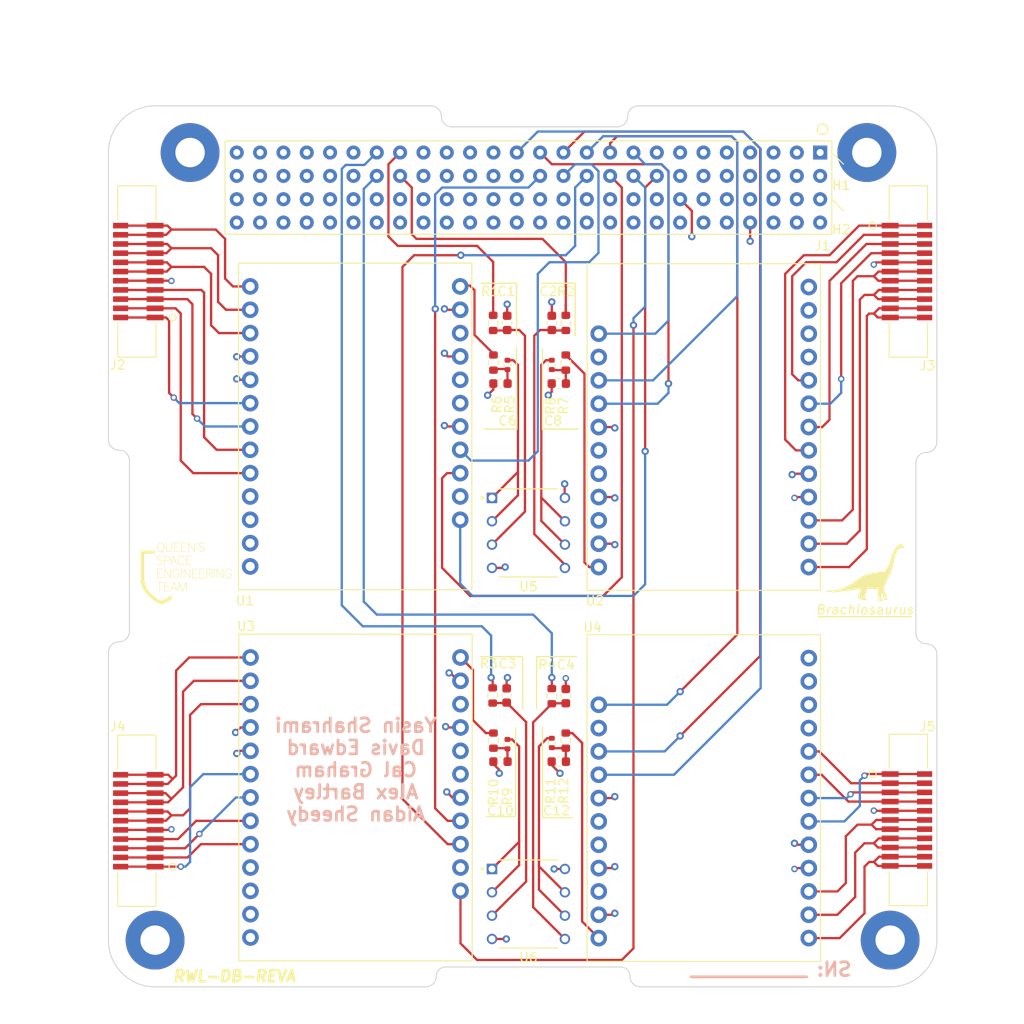
<source format=kicad_pcb>
(kicad_pcb (version 20211014) (generator pcbnew)
  (layers (0 "F.Cu" signal) (1 "In1.Cu" power "GND") (2 "In2.Cu" power "5V0") (31 "B.Cu" signal) (34 "B.Paste" user) (35 "F.Paste" user) (36 "B.SilkS" user "B.Silkscreen") (37 "F.SilkS" user "F.Silkscreen") (38 "B.Mask" user) (39 "F.Mask" user) (44 "Edge.Cuts" user))
  (net 0 "")
  (net 14 "Enable(S1)")
  (net 15 "Enable(S2)")
  (net 16 "Enable(S3)")
  (net 17 "Enable(S4)")
  (net 18 "Direction(S1)")
  (net 19 "Direction(S2)")
  (net 20 "Direction(S3)")
  (net 21 "Direction(S4)")
  (net 22 "PWM-SetValue(S1)")
  (net 23 "PWM-SetValue(S2)")
  (net 24 "PWM-SetValue(S3)")
  (net 25 "PWM-SetValue(S4)")
  (net 51 "GND")
  (net 88 "Net-(C8-Pad2)")
  (net 89 "Net-(C12-Pad2)")
  (net 90 "RampControl(S1)_IN")
  (net 91 "RampControl(S2)_IN")
  (net 92 "RampControl(S3)_IN")
  (net 93 "RampControl(S4)_IN")
  (net 117 "+12V")
  (net 118 "+5V")
  (net 120 "RampControl(S2)_Out")
  (net 122 "RampControl(S4)_Out")
  (net 123 "RampControl(S1)_Out")
  (net 124 "RampControl(S3)_Out")
  (net 125 "RampControl(S1)_RC")
  (net 126 "RampControl(S2)_RC")
  (net 127 "RampControl(S3)_RC")
  (net 128 "RampControl(S4)_RC")
  (net 145 "Net-(R5-Pad2)")
  (net 146 "Net-(R7-Pad1)")
  (net 147 "Net-(C6-Pad2)")
  (net 148 "Net-(R9-Pad2)")
  (net 149 "Net-(C10-Pad2)")
  (net 150 "Net-(R11-Pad1)")
  (net 151 "Net-(U2-Pad2)")
  (net 152 "Net-(U2-Pad3)")
  (net 153 "Net-(U2-Pad6)")
  (net 154 "Net-(U2-Pad7)")
  (net 155 "Net-(U2-Pad9)")
  (net 156 "Net-(U2-Pad8)")
  (net 157 "Net-(U2-Pad1)")
  (net 158 "Net-(U1-Pad6)")
  (net 159 "Net-(U1-Pad9)")
  (net 160 "Net-(U1-Pad7)")
  (net 161 "Net-(U1-Pad8)")
  (net 162 "Net-(U1-Pad3)")
  (net 163 "Net-(U1-Pad2)")
  (net 164 "Net-(U1-Pad1)")
  (net 165 "Net-(U3-Pad6)")
  (net 166 "Net-(U3-Pad9)")
  (net 167 "Net-(U3-Pad7)")
  (net 168 "Net-(U3-Pad8)")
  (net 169 "Net-(U3-Pad3)")
  (net 170 "Net-(U3-Pad2)")
  (net 171 "Net-(U3-Pad1)")
  (net 172 "Net-(U4-Pad6)")
  (net 173 "Net-(U4-Pad9)")
  (net 174 "Net-(U4-Pad7)")
  (net 175 "Net-(U4-Pad8)")
  (net 176 "Net-(U4-Pad3)")
  (net 177 "Net-(U4-Pad2)")
  (net 178 "Net-(U4-Pad1)")
  (footprint "qset-footprints:DIP794W45P254L959H508Q8" (layer "F.Cu") (at 154.94 93.472)
    (fp_text reference "U5")
    (fp_text value "LM358")
  )
  (footprint "LOGO" (layer "F.Cu") (at 192.278 97.79)
    (fp_text reference "Brachiosaurus" hide)
    (fp_text value "LOGO" hide)
  )
  (footprint "MountingHole:MountingHole_3.2mm_M3_Pad_TopBottom" (layer "F.Cu") (at 191.77 52.07)
    (fp_text reference "H2")
    (fp_text value "MountingHole_Pad")
  )
  (footprint "qset-footprints:Escon24.2" (layer "F.Cu") (at 187.992 99.727 -90)
    (fp_text reference "U2")
    (fp_text value "Controller 2")
  )
  (footprint "qset-footprints:Escon24.2" (layer "F.Cu") (at 122.142 104.489 90)
    (fp_text reference "U3")
    (fp_text value "Controller 3")
  )
  (footprint "qset-footprints:1-1734248-1-reaction-wheel-connector" (layer "F.Cu") (at 114.3 129.794 -90)
    (fp_text reference "J4")
    (fp_text value "Conn_02x11_Odd_Even")
  )
  (footprint "MountingHole:MountingHole_3.2mm_M3_Pad_TopBottom" (layer "F.Cu") (at 118.11 52.07)
    (fp_text reference "H1")
    (fp_text value "MountingHole_Pad")
  )
  (footprint "Resistor_SMD:R_0603_1608Metric" (layer "F.Cu") (at 151.13 116.078 -90)
    (fp_text reference "R10")
    (fp_text value "1M")
  )
  (footprint "Resistor_SMD:R_0603_1608Metric" (layer "F.Cu") (at 159.004 74.93 90)
    (fp_text reference "R8")
    (fp_text value "1M")
  )
  (footprint "qset-footprints:1-1734248-1-reaction-wheel-connector" (layer "F.Cu") (at 194.30825 119.714 90)
    (fp_text reference "J5")
    (fp_text value "Conn_02x11_Odd_Even")
  )
  (footprint "Capacitor_SMD:C_0603_1608Metric" (layer "F.Cu") (at 159.004 111.239 -90)
    (fp_text reference "C4")
    (fp_text value "10nF")
  )
  (footprint "Resistor_SMD:R_0402_1005Metric" (layer "F.Cu") (at 152.654 116.459 90)
    (fp_text reference "R9")
    (fp_text value "5k")
  )
  (footprint "MountingHole:MountingHole_3.2mm_M3_Pad_TopBottom" (layer "F.Cu") (at 114.3 137.795)
    (fp_text reference "H4")
    (fp_text value "MountingHole_Pad")
  )
  (footprint "qset-footprints:1-1734248-1-reaction-wheel-connector" (layer "F.Cu") (at 194.31 60.024 90)
    (fp_text reference "J3")
    (fp_text value "Conn_02x11_Odd_Even")
  )
  (footprint "Resistor_SMD:R_0603_1608Metric" (layer "F.Cu") (at 151.13 74.93 -90)
    (fp_text reference "R6")
    (fp_text value "1M")
  )
  (footprint "Resistor_SMD:R_0603_1608Metric" (layer "F.Cu") (at 159.004 116.078 90)
    (fp_text reference "R12")
    (fp_text value "1M")
  )
  (footprint "Resistor_SMD:R_0402_1005Metric" (layer "F.Cu") (at 152.654 75.184 90)
    (fp_text reference "R5")
    (fp_text value "5k")
  )
  (footprint "Capacitor_SMD:C_0603_1608Metric" (layer "F.Cu") (at 151.892 77.216)
    (fp_text reference "C6")
    (fp_text value "10nF")
  )
  (footprint "Resistor_SMD:R_0603_1608Metric" (layer "F.Cu") (at 151.043 111.165 -90)
    (fp_text reference "R3")
    (fp_text value "10k")
  )
  (footprint "LOGO" (layer "F.Cu") (at 117.729 97.79)
    (fp_text reference "G***")
    (fp_text value "LOGO" hide)
  )
  (footprint "qset-footprints:pc104-connector" (layer "F.Cu") (at 156.21 54.61 -90)
    (fp_text reference "J1")
    (fp_text value "PC104_Connector")
  )
  (footprint "Resistor_SMD:R_0603_1608Metric" (layer "F.Cu") (at 159.004 70.612 -90)
    (fp_text reference "R2")
    (fp_text value "10k")
  )
  (footprint "Resistor_SMD:R_0603_1608Metric" (layer "F.Cu") (at 151.098 70.612 -90)
    (fp_text reference "R1")
    (fp_text value "10k")
  )
  (footprint "Capacitor_SMD:C_0603_1608Metric" (layer "F.Cu") (at 158.242 77.216)
    (fp_text reference "C8")
    (fp_text value "10nF")
  )
  (footprint "Resistor_SMD:R_0402_1005Metric" (layer "F.Cu") (at 157.48 116.332 -90)
    (fp_text reference "R11")
    (fp_text value "5k")
  )
  (footprint "Capacitor_SMD:C_0603_1608Metric" (layer "F.Cu") (at 151.892 118.364)
    (fp_text reference "C10")
    (fp_text value "10nF")
  )
  (footprint "Capacitor_SMD:C_0603_1608Metric" (layer "F.Cu") (at 158.242 118.364)
    (fp_text reference "C12")
    (fp_text value "10nF")
  )
  (footprint "Capacitor_SMD:C_0603_1608Metric" (layer "F.Cu") (at 152.622 70.612 -90)
    (fp_text reference "C1")
    (fp_text value "10nF")
  )
  (footprint "MountingHole:MountingHole_3.2mm_M3_Pad_TopBottom" (layer "F.Cu") (at 194.31 137.795)
    (fp_text reference "H3")
    (fp_text value "MountingHole_Pad")
  )
  (footprint "qset-footprints:DIP794W45P254L959H508Q8" (layer "F.Cu") (at 154.94 133.858)
    (fp_text reference "U6")
    (fp_text value "LM358")
  )
  (footprint "qset-footprints:Escon24.2" (layer "F.Cu") (at 187.992 140.113 -90)
    (fp_text reference "U4")
    (fp_text value "Controller 4")
  )
  (footprint "Resistor_SMD:R_0603_1608Metric" (layer "F.Cu") (at 157.48 111.239 -90)
    (fp_text reference "R4")
    (fp_text value "10k")
  )
  (footprint "Capacitor_SMD:C_0603_1608Metric" (layer "F.Cu") (at 152.567 111.165 -90)
    (fp_text reference "C3")
    (fp_text value "10nF")
  )
  (footprint "qset-footprints:1-1734248-1-reaction-wheel-connector" (layer "F.Cu") (at 114.3 70.024 -90)
    (fp_text reference "J2")
    (fp_text value "Conn_02x11_Odd_Even")
  )
  (footprint "Capacitor_SMD:C_0603_1608Metric" (layer "F.Cu") (at 157.48 70.612 -90)
    (fp_text reference "C2")
    (fp_text value "10nF")
  )
  (footprint "qset-footprints:Escon24.2" (layer "F.Cu") (at 122.11 64.103 90)
    (fp_text reference "U1")
    (fp_text value "Controller 1")
  )
  (footprint "Resistor_SMD:R_0402_1005Metric" (layer "F.Cu") (at 157.48 75.184 -90)
    (fp_text reference "R7")
    (fp_text value "5k")
  )
  (gr_line (start 156.464 114.681) (end 156.464 124.46) (layer "F.SilkS") (width 0.15))
  (gr_line (start 153.638 73.279) (end 153.67 82.169) (layer "F.SilkS") (width 0.15))
  (gr_line (start 156.337 66.294) (end 160.02 66.294) (layer "F.SilkS") (width 0.15))
  (gr_line (start 149.733 106.934) (end 154.305 106.934) (layer "F.SilkS") (width 0.15))
  (gr_circle (center 186.944 49.53) (end 187.452 49.276) (layer "F.SilkS") (width 0.15) (fill none))
  (gr_line (start 153.543 124.333) (end 150.368 124.333) (layer "F.SilkS") (width 0.15))
  (gr_line (start 149.828 66.294) (end 153.638 66.294) (layer "F.SilkS") (width 0.15))
  (gr_line (start 153.67 82.169) (end 150.114 82.169) (layer "F.SilkS") (width 0.15))
  (gr_line (start 186.479343 102.589233) (end 196.639343 102.589233) (layer "F.SilkS") (width 0.15))
  (gr_line (start 153.543 114.681) (end 153.543 124.333) (layer "F.SilkS") (width 0.15))
  (gr_line (start 154.305 106.934) (end 154.305 112.649) (layer "F.SilkS") (width 0.15))
  (gr_line (start 156.464 73.406) (end 156.464 82.169) (layer "F.SilkS") (width 0.15))
  (gr_line (start 160.02 66.294) (end 160.02 72.009) (layer "F.SilkS") (width 0.15))
  (gr_line (start 155.829 106.934) (end 160.147 106.934) (layer "F.SilkS") (width 0.15))
  (gr_line (start 155.829 106.934) (end 155.829 112.649) (layer "F.SilkS") (width 0.15))
  (gr_line (start 159.766 124.46) (end 156.464 124.46) (layer "F.SilkS") (width 0.15))
  (gr_line (start 153.638 66.294) (end 153.638 72.009) (layer "F.SilkS") (width 0.15))
  (gr_line (start 156.464 82.169) (end 160.401 82.169) (layer "F.SilkS") (width 0.15))
  (gr_arc (start 109.22 52.07) (mid 110.707898 48.477898) (end 114.3 46.99) (layer "Edge.Cuts") (width 0.1))
  (gr_arc (start 144.318223 46.99) (mid 145.126446 47.324777) (end 145.461223 48.133) (layer "Edge.Cuts") (width 0.1))
  (gr_line (start 199.39 83.566) (end 199.39 52.07) (layer "Edge.Cuts") (width 0.1))
  (gr_arc (start 110.363 84.455) (mid 111.171223 84.789777) (end 111.506 85.598) (layer "Edge.Cuts") (width 0.1))
  (gr_arc (start 109.22 106.472223) (mid 109.554777 105.664) (end 110.363 105.329223) (layer "Edge.Cuts") (width 0.1))
  (gr_line (start 146.604223 49.276) (end 164.592 49.276) (layer "Edge.Cuts") (width 0.1))
  (gr_arc (start 199.39 137.795) (mid 197.902102 141.387102) (end 194.31 142.875) (layer "Edge.Cuts") (width 0.1))
  (gr_arc (start 199.39 83.566) (mid 199.055223 84.374223) (end 198.247 84.709) (layer "Edge.Cuts") (width 0.1))
  (gr_line (start 114.3 46.99) (end 144.318223 46.99) (layer "Edge.Cuts") (width 0.1))
  (gr_line (start 109.22 106.472223) (end 109.22 137.795) (layer "Edge.Cuts") (width 0.1))
  (gr_arc (start 165.735 48.133) (mid 165.400223 48.941223) (end 164.592 49.276) (layer "Edge.Cuts") (width 0.1))
  (gr_arc (start 197.104 85.852) (mid 197.438777 85.043777) (end 198.247 84.709) (layer "Edge.Cuts") (width 0.1))
  (gr_arc (start 165.735 48.133) (mid 166.069777 47.324777) (end 166.878 46.99) (layer "Edge.Cuts") (width 0.1))
  (gr_line (start 166.878 46.99) (end 194.31 46.99) (layer "Edge.Cuts") (width 0.1))
  (gr_arc (start 167.132 142.875) (mid 166.323777 142.540223) (end 165.989 141.732) (layer "Edge.Cuts") (width 0.1))
  (gr_arc (start 198.247 105.537) (mid 197.438777 105.202223) (end 197.104 104.394) (layer "Edge.Cuts") (width 0.1))
  (gr_line (start 167.132 142.875) (end 194.31 142.875) (layer "Edge.Cuts") (width 0.1))
  (gr_line (start 197.104 104.394) (end 197.104 85.852) (layer "Edge.Cuts") (width 0.1))
  (gr_line (start 199.39 137.795) (end 199.39 106.68) (layer "Edge.Cuts") (width 0.1))
  (gr_line (start 114.3 142.875) (end 143.764 142.875) (layer "Edge.Cuts") (width 0.1))
  (gr_line (start 145.923 140.716) (end 164.973 140.716) (layer "Edge.Cuts") (width 0.1))
  (gr_arc (start 144.907 141.732) (mid 145.20458 141.01358) (end 145.923 140.716) (layer "Edge.Cuts") (width 0.1))
  (gr_arc (start 164.973 140.716) (mid 165.69142 141.01358) (end 165.989 141.732) (layer "Edge.Cuts") (width 0.1))
  (gr_arc (start 144.907 141.732) (mid 144.572223 142.540223) (end 143.764 142.875) (layer "Edge.Cuts") (width 0.1))
  (gr_arc (start 198.247 105.537) (mid 199.055223 105.871777) (end 199.39 106.68) (layer "Edge.Cuts") (width 0.1))
  (gr_arc (start 146.604223 49.276) (mid 145.796 48.941223) (end 145.461223 48.133) (layer "Edge.Cuts") (width 0.1))
  (gr_line (start 111.506 85.598) (end 111.506 104.186223) (layer "Edge.Cuts") (width 0.1))
  (gr_arc (start 111.506 104.186223) (mid 111.171223 104.994446) (end 110.363 105.329223) (layer "Edge.Cuts") (width 0.1))
  (gr_line (start 109.22 52.07) (end 109.22 83.312) (layer "Edge.Cuts") (width 0.1))
  (gr_arc (start 114.3 142.875) (mid 110.707898 141.387102) (end 109.22 137.795) (layer "Edge.Cuts") (width 0.1))
  (gr_arc (start 194.31 46.99) (mid 197.902102 48.477898) (end 199.39 52.07) (layer "Edge.Cuts") (width 0.1))
  (gr_arc (start 110.363 84.455) (mid 109.554777 84.120223) (end 109.22 83.312) (layer "Edge.Cuts") (width 0.1))
  (gr_text "SN: ___________" (at 181.356 140.97) (layer "B.SilkS") (effects (font (size 1.5 1.5) (thickness 0.3)) (justify mirror)))
  (gr_text "Yasin Shahrami\nDavis Edward\nCal Graham\nAlex Bartley\nAidan Sheedy" (at 136.144 119.253) (layer "B.SilkS") (effects (font (size 1.5 1.5) (thickness 0.3)) (justify mirror)))
  (gr_text "RWL-DB-REVA" (at 122.936 141.732) (layer "F.SilkS") (effects (font (size 1.2 1.2) (thickness 0.3) italic)))
  (gr_text "Brachiosaurus" (at 191.559343 101.827233) (layer "F.SilkS") (effects (font (size 1 1) (thickness 0.15) italic)))
  (segment (start 167.64 55.88) (end 168.91 54.61) (width 0.25) (layer "F.Cu") (net 14))
  (segment (start 167.64 84.582) (end 167.64 55.88) (width 0.25) (layer "F.Cu") (net 14))
  (via (at 167.64 84.582) (size 0.8) (drill 0.4) (layers "F.Cu" "B.Cu") (net 14))
  (segment (start 147.51 98.996) (end 147.51 92.043) (width 0.25) (layer "B.Cu") (net 14))
  (segment (start 167.64 84.582) (end 167.64 99.06) (width 0.25) (layer "B.Cu") (net 14))
  (segment (start 148.844 100.33) (end 147.51 98.996) (width 0.25) (layer "B.Cu") (net 14))
  (segment (start 166.37 100.33) (end 148.844 100.33) (width 0.25) (layer "B.Cu") (net 14))
  (segment (start 167.64 99.06) (end 166.37 100.33) (width 0.25) (layer "B.Cu") (net 14))
  (segment (start 170.18 54.102) (end 169.418 53.34) (width 0.25) (layer "B.Cu") (net 15))
  (segment (start 170.18 70.358) (end 170.18 54.102) (width 0.25) (layer "B.Cu") (net 15))
  (segment (start 169.418 53.34) (end 167.64 53.34) (width 0.25) (layer "B.Cu") (net 15))
  (segment (start 167.64 53.34) (end 166.37 52.07) (width 0.25) (layer "B.Cu") (net 15))
  (segment (start 162.592 71.787) (end 168.751 71.787) (width 0.25) (layer "B.Cu") (net 15))
  (segment (start 168.751 71.787) (end 170.18 70.358) (width 0.25) (layer "B.Cu") (net 15))
  (segment (start 166.37 70.866) (end 166.37 138.684) (width 0.25) (layer "F.Cu") (net 16))
  (segment (start 149.352 139.954) (end 147.542 138.144) (width 0.25) (layer "F.Cu") (net 16))
  (segment (start 166.37 138.684) (end 165.1 139.954) (width 0.25) (layer "F.Cu") (net 16))
  (segment (start 147.542 138.144) (end 147.542 132.429) (width 0.25) (layer "F.Cu") (net 16))
  (segment (start 165.1 139.954) (end 149.352 139.954) (width 0.25) (layer "F.Cu") (net 16))
  (via (at 166.37 70.866) (size 0.8) (drill 0.4) (layers "F.Cu" "B.Cu") (net 16))
  (segment (start 167.64 68.834) (end 167.64 55.88) (width 0.25) (layer "B.Cu") (net 16))
  (segment (start 167.64 55.88) (end 166.37 54.61) (width 0.25) (layer "B.Cu") (net 16))
  (segment (start 166.37 70.866) (end 166.37 70.104) (width 0.25) (layer "B.Cu") (net 16))
  (segment (start 166.37 70.104) (end 167.64 68.834) (width 0.25) (layer "B.Cu") (net 16))
  (segment (start 177.673 50.927) (end 177.673 104.521) (width 0.25) (layer "F.Cu") (net 17))
  (segment (start 177.038 50.292) (end 177.673 50.927) (width 0.25) (layer "F.Cu") (net 17))
  (segment (start 164.592 50.292) (end 177.038 50.292) (width 0.25) (layer "F.Cu") (net 17))
  (segment (start 177.673 104.521) (end 171.45 110.744) (width 0.25) (layer "F.Cu") (net 17))
  (segment (start 163.83 52.07) (end 163.83 51.054) (width 0.25) (layer "F.Cu") (net 17))
  (segment (start 163.83 51.054) (end 164.592 50.292) (width 0.25) (layer "F.Cu") (net 17))
  (via (at 171.45 110.744) (size 0.8) (drill 0.4) (layers "F.Cu" "B.Cu") (net 17))
  (segment (start 162.592 112.173) (end 170.021 112.173) (width 0.25) (layer "B.Cu") (net 17))
  (segment (start 170.021 112.173) (end 171.45 110.744) (width 0.25) (layer "B.Cu") (net 17))
  (segment (start 165.1 98.298) (end 163.068 100.33) (width 0.25) (layer "F.Cu") (net 18))
  (segment (start 148.59 100.33) (end 145.542 97.282) (width 0.25) (layer "F.Cu") (net 18))
  (segment (start 145.542 97.282) (end 145.542 87.503) (width 0.25) (layer "F.Cu") (net 18))
  (segment (start 146.082 86.963) (end 147.51 86.963) (width 0.25) (layer "F.Cu") (net 18))
  (segment (start 163.068 100.33) (end 148.59 100.33) (width 0.25) (layer "F.Cu") (net 18))
  (segment (start 165.1 55.88) (end 165.1 98.298) (width 0.25) (layer "F.Cu") (net 18))
  (segment (start 163.83 54.61) (end 165.1 55.88) (width 0.25) (layer "F.Cu") (net 18))
  (segment (start 145.542 87.503) (end 146.082 86.963) (width 0.25) (layer "F.Cu") (net 18))
  (segment (start 177.673 67.691) (end 168.497 76.867) (width 0.25) (layer "B.Cu") (net 19))
  (segment (start 161.29 52.07) (end 163.068 50.292) (width 0.25) (layer "B.Cu") (net 19))
  (segment (start 163.068 50.292) (end 177.038 50.292) (width 0.25) (layer "B.Cu") (net 19))
  (segment (start 168.497 76.867) (end 162.592 76.867) (width 0.25) (layer "B.Cu") (net 19))
  (segment (start 177.673 50.927) (end 177.673 67.691) (width 0.25) (layer "B.Cu") (net 19))
  (segment (start 177.038 50.292) (end 177.673 50.927) (width 0.25) (layer "B.Cu") (net 19))
  (segment (start 142.494 63.246) (end 141.224 64.516) (width 0.25) (layer "F.Cu") (net 20))
  (segment (start 147.574 63.246) (end 142.494 63.246) (width 0.25) (layer "F.Cu") (net 20))
  (segment (start 146.145 127.349) (end 147.542 127.349) (width 0.25) (layer "F.Cu") (net 20))
  (segment (start 141.224 122.428) (end 146.145 127.349) (width 0.25) (layer "F.Cu") (net 20))
  (segment (start 141.224 64.516) (end 141.224 122.428) (width 0.25) (layer "F.Cu") (net 20))
  (via (at 147.574 63.246) (size 0.8) (drill 0.4) (layers "F.Cu" "B.Cu") (net 20))
  (segment (start 161.29 54.61) (end 160.02 55.88) (width 0.25) (layer "B.Cu") (net 20))
  (segment (start 160.02 55.88) (end 160.02 62.23) (width 0.25) (layer "B.Cu") (net 20))
  (segment (start 160.02 62.23) (end 159.004 63.246) (width 0.25) (layer "B.Cu") (net 20))
  (segment (start 159.004 63.246) (end 147.574 63.246) (width 0.25) (layer "B.Cu") (net 20))
  (segment (start 180.157 106.863) (end 180.157 51.619749) (width 0.25) (layer "F.Cu") (net 21))
  (segment (start 171.45 115.57) (end 180.157 106.863) (width 0.25) (layer "F.Cu") (net 21))
  (segment (start 180.157 51.619749) (end 178.321251 49.784) (width 0.25) (layer "F.Cu") (net 21))
  (segment (start 161.036 49.784) (end 158.75 52.07) (width 0.25) (layer "F.Cu") (net 21))
  (segment (start 178.321251 49.784) (end 161.036 49.784) (width 0.25) (layer "F.Cu") (net 21))
  (via (at 171.45 115.57) (size 0.8) (drill 0.4) (layers "F.Cu" "B.Cu") (net 21))
  (segment (start 169.767 117.253) (end 171.45 115.57) (width 0.25) (layer "B.Cu") (net 21))
  (segment (start 162.592 117.253) (end 169.767 117.253) (width 0.25) (layer "B.Cu") (net 21))
  (segment (start 161.798 53.34) (end 160.02 53.34) (width 0.25) (layer "B.Cu") (net 22))
  (segment (start 161.544 64.008) (end 162.56 62.992) (width 0.25) (layer "B.Cu") (net 22))
  (segment (start 148.685 85.598) (end 154.94 85.598) (width 0.25) (layer "B.Cu") (net 22))
  (segment (start 157.226 64.008) (end 161.544 64.008) (width 0.25) (layer "B.Cu") (net 22))
  (segment (start 147.51 84.423) (end 148.685 85.598) (width 0.25) (layer "B.Cu") (net 22))
  (segment (start 154.94 85.598) (end 155.956 84.582) (width 0.25) (layer "B.Cu") (net 22))
  (segment (start 155.956 84.582) (end 155.956 65.278) (width 0.25) (layer "B.Cu") (net 22))
  (segment (start 160.02 53.34) (end 158.75 54.61) (width 0.25) (layer "B.Cu") (net 22))
  (segment (start 155.956 65.278) (end 157.226 64.008) (width 0.25) (layer "B.Cu") (net 22))
  (segment (start 162.56 54.102) (end 161.798 53.34) (width 0.25) (layer "B.Cu") (net 22))
  (segment (start 162.56 62.992) (end 162.56 54.102) (width 0.25) (layer "B.Cu") (net 22))
  (segment (start 170.18 54.102) (end 170.18 77.216) (width 0.25) (layer "F.Cu") (net 23))
  (segment (start 156.21 52.07) (end 157.48 53.34) (width 0.25) (layer "F.Cu") (net 23))
  (segment (start 169.418 53.34) (end 170.18 54.102) (width 0.25) (layer "F.Cu") (net 23))
  (segment (start 157.48 53.34) (end 169.418 53.34) (width 0.25) (layer "F.Cu") (net 23))
  (via (at 170.18 77.216) (size 0.8) (drill 0.4) (layers "F.Cu" "B.Cu") (net 23))
  (segment (start 170.18 78.232) (end 170.18 77.216) (width 0.25) (layer "B.Cu") (net 23))
  (segment (start 169.005 79.407) (end 170.18 78.232) (width 0.25) (layer "B.Cu") (net 23))
  (segment (start 162.592 79.407) (end 169.005 79.407) (width 0.25) (layer "B.Cu") (net 23))
  (segment (start 144.78 123.444) (end 146.145 124.809) (width 0.25) (layer "F.Cu") (net 24))
  (segment (start 144.78 69.104497) (end 144.78 123.444) (width 0.25) (layer "F.Cu") (net 24))
  (segment (start 144.796497 69.088) (end 144.78 69.104497) (width 0.25) (layer "F.Cu") (net 24))
  (segment (start 146.145 124.809) (end 147.542 124.809) (width 0.25) (layer "F.Cu") (net 24))
  (via (at 144.796497 69.088) (size 0.8) (drill 0.4) (layers "F.Cu" "B.Cu") (net 24))
  (segment (start 145.542 55.88) (end 154.94 55.88) (width 0.25) (layer "B.Cu") (net 24))
  (segment (start 144.78 56.642) (end 145.542 55.88) (width 0.25) (layer "B.Cu") (net 24))
  (segment (start 154.94 55.88) (end 156.21 54.61) (width 0.25) (layer "B.Cu") (net 24))
  (segment (start 144.78 69.071503) (end 144.78 56.642) (width 0.25) (layer "B.Cu") (net 24))
  (segment (start 144.796497 69.088) (end 144.78 69.071503) (width 0.25) (layer "B.Cu") (net 24))
  (segment (start 153.67 52.07) (end 155.956 49.784) (width 0.25) (layer "B.Cu") (net 25))
  (segment (start 170.783 119.793) (end 162.592 119.793) (width 0.25) (layer "B.Cu") (net 25))
  (segment (start 180.213 51.675749) (end 180.213 110.363) (width 0.25) (layer "B.Cu") (net 25))
  (segment (start 155.956 49.784) (end 178.321251 49.784) (width 0.25) (layer "B.Cu") (net 25))
  (segment (start 180.213 110.363) (end 170.783 119.793) (width 0.25) (layer "B.Cu") (net 25))
  (segment (start 178.321251 49.784) (end 180.213 51.675749) (width 0.25) (layer "B.Cu") (net 25))
  (segment (start 194.30825 123.714) (end 192.548 123.714) (width 0.25) (layer "F.Cu") (net 51))
  (segment (start 162.592 81.947) (end 164.243 81.947) (width 0.25) (layer "F.Cu") (net 51))
  (segment (start 146.431 108.712) (end 146.304 108.712) (width 0.25) (layer "F.Cu") (net 51))
  (segment (start 124.65 76.803) (end 123.285 76.803) (width 0.25) (layer "F.Cu") (net 51))
  (segment (start 157.099 78.486) (end 157.467 78.118) (width 0.25) (layer "F.Cu") (net 51))
  (segment (start 164.243 94.647) (end 164.338 94.742) (width 0.25) (layer "F.Cu") (net 51))
  (segment (start 164.243 89.567) (end 164.338 89.662) (width 0.25) (layer "F.Cu") (net 51))
  (segment (start 116.014 125.794) (end 116.078 125.73) (width 0.25) (layer "F.Cu") (net 51))
  (segment (start 185.452 127.413) (end 184.055 127.413) (width 0.25) (layer "F.Cu") (net 51))
  (segment (start 162.592 129.953) (end 164.179 129.953) (width 0.25) (layer "F.Cu") (net 51))
  (segment (start 152.622 69.837) (end 152.622 68.58) (width 0.25) (layer "F.Cu") (net 51))
  (segment (start 194.31 64.024) (end 198.06 64.024) (width 0.25) (layer "F.Cu") (net 51))
  (segment (start 147.542 122.269) (end 146.653 122.269) (width 0.25) (layer "F.Cu") (net 51))
  (segment (start 198.05825 123.714) (end 194.30825 123.714) (width 0.25) (layer "F.Cu") (net 51))
  (segment (start 114.3 125.794) (end 116.014 125.794) (width 0.25) (layer "F.Cu") (net 51))
  (segment (start 152.527 137.668) (end 151.003 137.668) (width 0.25) (layer "F.Cu") (net 51))
  (segment (start 157.48 118.745) (end 157.48 118.504) (width 0.25) (layer "F.Cu") (net 51))
  (segment (start 183.737 87.027) (end 183.642 87.122) (width 0.25) (layer "F.Cu") (net 51))
  (segment (start 158.369 119.634) (end 157.48 118.745) (width 0.25) (layer "F.Cu") (net 51))
  (segment (start 162.592 122.333) (end 164.179 122.333) (width 0.25) (layer "F.Cu") (net 51))
  (segment (start 152.567 109.307) (end 152.654 109.22) (width 0.25) (layer "F.Cu") (net 51))
  (segment (start 150.97 97.282) (end 152.305 97.282) (width 0.25) (layer "F.Cu") (net 51))
  (segment (start 124.682 117.189) (end 123.476 117.189) (width 0.25) (layer "F.Cu") (net 51))
  (segment (start 110.55 66.024) (end 114.3 66.024) (width 0.254) (layer "F.Cu") (net 51))
  (segment (start 164.179 122.333) (end 164.338 122.174) (width 0.25) (layer "F.Cu") (net 51))
  (segment (start 164.179 129.953) (end 164.338 129.794) (width 0.25) (layer "F.Cu") (net 51))
  (segment (start 157.467 78.118) (end 157.467 77.216) (width 0.25) (layer "F.Cu") (net 51))
  (segment (start 152.305 97.282) (end 152.4 97.187) (width 0.25) (layer "F.Cu") (net 51))
  (segment (start 194.31 64.024) (end 192.77 64.024) (width 0.25) (layer "F.Cu") (net 51))
  (segment (start 145.891 69.183) (end 145.796 69.088) (width 0.25) (layer "F.Cu") (net 51))
  (segment (start 123.285 76.803) (end 123.19 76.708) (width 0.25) (layer "F.Cu") (net 51))
  (segment (start 184.055 127.413) (end 183.896 127.254) (width 0.25) (layer "F.Cu") (net 51))
  (segment (start 147.542 114.649) (end 146.018 114.649) (width 0.25) (layer "F.Cu") (net 51))
  (segment (start 162.592 135.033) (end 164.179 135.033) (width 0.25) (layer "F.Cu") (net 51))
  (segment (start 147.51 74.263) (end 146.145 74.263) (width 0.25) (layer "F.Cu") (net 51))
  (segment (start 162.592 89.567) (end 164.243 89.567) (width 0.25) (layer "F.Cu") (net 51))
  (segment (start 159.004 110.464) (end 159.004 109.294) (width 0.25) (layer "F.Cu") (net 51))
  (segment (start 146.653 122.269) (end 146.05 121.666) (width 0.25) (layer "F.Cu") (net 51))
  (segment (start 123.476 117.189) (end 123.19 117.475) (width 0.25) (layer "F.Cu") (net 51))
  (segment (start 146.018 114.649) (end 145.923 114.554) (width 0.25) (layer "F.Cu") (net 51))
  (segment (start 147.542 109.569) (end 147.288 109.569) (width 0.25) (layer "F.Cu") (net 51))
  (segment (start 164.179 135.033) (end 164.338 134.874) (width 0.25) (layer "F.Cu") (net 51))
  (segment (start 114.3 66.024) (end 116.062 66.024) (width 0.254) (layer "F.Cu") (net 51))
  (segment (start 116.062 66.024) (end 116.078 66.04) (width 0.254) (layer "F.Cu") (net 51))
  (segment (start 151.765 119.634) (end 151.765 119.266) (width 0.25) (layer "F.Cu") (net 51))
  (segment (start 152.567 110.39) (end 152.567 109.307) (width 0.25) (layer "F.Cu") (net 51))
  (segment (start 192.77 64.024) (end 192.532 64.262) (width 0.25) (layer "F.Cu") (net 51))
  (segment (start 192.548 123.714) (end 192.532 123.698) (width 0.25) (layer "F.Cu") (net 51))
  (segment (start 157.48 69.5895) (end 157.48 68.3325) (width 0.25) (layer "F.Cu") (net 51))
  (segment (start 147.288 109.569) (end 146.431 108.712) (width 0.25) (layer "F.Cu") (net 51))
  (segment (start 185.452 87.027) (end 183.737 87.027) (width 0.25) (layer "F.Cu") (net 51))
  (segment (start 147.51 69.183) (end 145.891 69.183) (width 0.25) (layer "F.Cu") (net 51))
  (segment (start 162.592 94.647) (end 164.243 94.647) (width 0.25) (layer "F.Cu") (net 51))
  (segment (start 146.145 74.263) (end 145.796 73.914) (width 0.25) (layer "F.Cu") (net 51))
  (segment (start 151.765 119.266) (end 150.99 118.491) (width 0.25) (layer "F.Cu") (net 51))
  (segment (start 147.51 81.883) (end 145.891 81.883) (width 0.25) (layer "F.Cu") (net 51))
  (segment (start 150.495 78.486) (end 151.117 77.864) (width 0.25) (layer "F.Cu") (net 51))
  (segment (start 145.891 81.883) (end 145.796 81.788) (width 0.25) (layer "F.Cu") (net 51))
  (segment (start 164.243 81.947) (end 164.338 82.042) (width 0.25) (layer "F.Cu") (net 51))
  (segment (start 151.117 77.864) (end 151.117 77.089) (width 0.25) (layer "F.Cu") (net 51))
  (segment (start 110.55 125.794) (end 114.3 125.794) (width 0.25) (layer "F.Cu") (net 51))
  (via (at 150.495 78.486) (size 0.8) (drill 0.4) (layers "F.Cu" "B.Cu") (net 51))
  (via (at 158.369 119.634) (size 0.8) (drill 0.4) (layers "F.Cu" "B.Cu") (net 51))
  (via (at 145.796 81.788) (size 0.8) (drill 0.4) (layers "F.Cu" "B.Cu") (net 51))
  (via (at 164.338 129.794) (size 0.8) (drill 0.4) (layers "F.Cu" "B.Cu") (net 51))
  (via (at 157.48 68.3325) (size 0.8) (drill 0.4) (layers "F.Cu" "B.Cu") (net 51))
  (via (at 192.532 123.698) (size 0.7) (drill 0.4) (layers "F.Cu" "B.Cu") (net 51))
  (via (at 151.765 119.634) (size 0.8) (drill 0.4) (layers "F.Cu" "B.Cu") (net 51))
  (via (at 145.796 73.914) (size 0.8) (drill 0.4) (layers "F.Cu" "B.Cu") (net 51))
  (via (at 164.338 122.174) (size 0.8) (drill 0.4) (layers "F.Cu" "B.Cu") (net 51))
  (via (at 146.304 108.712) (size 0.8) (drill 0.4) (layers "F.Cu" "B.Cu") (net 51))
  (via (at 164.338 89.662) (size 0.8) (drill 0.4) (layers "F.Cu" "B.Cu") (net 51))
  (via (at 159.004 109.294) (size 0.7) (drill 0.4) (layers "F.Cu" "B.Cu") (net 51))
  (via (at 192.532 64.262) (size 0.7) (drill 0.4) (layers "F.Cu" "B.Cu") (net 51))
  (via (at 152.527 137.668) (size 0.8) (drill 0.4) (layers "F.Cu" "B.Cu") (net 51))
  (via (at 152.622 68.58) (size 0.8) (drill 0.4) (layers "F.Cu" "B.Cu") (net 51))
  (via (at 157.099 78.486) (size 0.8) (drill 0.4) (layers "F.Cu" "B.Cu") (net 51))
  (via (at 164.338 134.874) (size 0.8) (drill 0.4) (layers "F.Cu" "B.Cu") (net 51))
  (via (at 116.078 125.73) (size 0.7) (drill 0.4) (layers "F.Cu" "B.Cu") (net 51))
  (via (at 145.796 69.088) (size 0.8) (drill 0.4) (layers "F.Cu" "B.Cu") (net 51))
  (via (at 123.19 117.475) (size 0.8) (drill 0.4) (layers "F.Cu" "B.Cu") (net 51))
  (via (at 145.923 114.554) (size 0.8) (drill 0.4) (layers "F.Cu" "B.Cu") (net 51))
  (via (at 123.19 76.708) (size 0.8) (drill 0.4) (layers "F.Cu" "B.Cu") (net 51))
  (via (at 116.078 66.04) (size 0.7) (drill 0.4) (layers "F.Cu" "B.Cu") (net 51))
  (via (at 152.654 109.22) (size 0.8) (drill 0.4) (layers "F.Cu" "B.Cu") (net 51))
  (via (at 146.05 121.666) (size 0.8) (drill 0.4) (layers "F.Cu" "B.Cu") (net 51))
  (via (at 164.338 82.042) (size 0.8) (drill 0.4) (layers "F.Cu" "B.Cu") (net 51))
  (via (at 164.338 94.742) (size 0.8) (drill 0.4) (layers "F.Cu" "B.Cu") (net 51))
  (via (at 183.642 87.122) (size 0.8) (drill 0.4) (layers "F.Cu" "B.Cu") (net 51))
  (via (at 183.896 127.254) (size 0.8) (drill 0.4) (layers "F.Cu" "B.Cu") (net 51))
  (via (at 152.4 97.187) (size 0.8) (drill 0.4) (layers "F.Cu" "B.Cu") (net 51))
  (segment (start 157.48 75.755) (end 159.004 75.755) (width 0.25) (layer "F.Cu") (net 88))
  (segment (start 159.004 75.755) (end 159.004 77.203) (width 0.25) (layer "F.Cu") (net 88))
  (segment (start 159.004 77.203) (end 159.017 77.216) (width 0.25) (layer "F.Cu") (net 88))
  (segment (start 159.004 116.903) (end 159.004 118.351) (width 0.254) (layer "F.Cu") (net 89))
  (segment (start 159.004 118.351) (end 159.017 118.364) (width 0.254) (layer "F.Cu") (net 89))
  (segment (start 157.48 116.903) (end 159.004 116.903) (width 0.254) (layer "F.Cu") (net 89))
  (segment (start 139.7 53.34) (end 140.97 52.07) (width 0.25) (layer "F.Cu") (net 90))
  (segment (start 151.098 69.787) (end 151.098 63.976) (width 0.25) (layer "F.Cu") (net 90))
  (segment (start 151.098 63.976) (end 149.352 62.23) (width 0.25) (layer "F.Cu") (net 90))
  (segment (start 139.7 61.214) (end 139.7 53.34) (width 0.25) (layer "F.Cu") (net 90))
  (segment (start 140.716 62.23) (end 139.7 61.214) (width 0.25) (layer "F.Cu") (net 90))
  (segment (start 149.352 62.23) (end 140.716 62.23) (width 0.25) (layer "F.Cu") (net 90))
  (segment (start 159.004 64.008) (end 159.004 69.787) (width 0.25) (layer "F.Cu") (net 91))
  (segment (start 156.464 61.468) (end 159.004 64.008) (width 0.25) (layer "F.Cu") (net 91))
  (segment (start 159.004 68.58) (end 159.004 69.787) (width 0.25) (layer "F.Cu") (net 91))
  (segment (start 142.748 61.468) (end 156.464 61.468) (width 0.25) (layer "F.Cu") (net 91))
  (segment (start 142.24 55.88) (end 142.24 60.96) (width 0.25) (layer "F.Cu") (net 91))
  (segment (start 142.24 60.96) (end 142.748 61.468) (width 0.25) (layer "F.Cu") (net 91))
  (segment (start 140.97 54.61) (end 142.24 55.88) (width 0.25) (layer "F.Cu") (net 91))
  (segment (start 151.043 109.387) (end 150.876 109.22) (width 0.25) (layer "F.Cu") (net 92))
  (segment (start 151.043 110.34) (end 151.043 109.387) (width 0.25) (layer "F.Cu") (net 92))
  (via (at 150.876 109.22) (size 0.8) (drill 0.4) (layers "F.Cu" "B.Cu") (net 92))
  (segment (start 137.07857 53.42143) (end 138.43 52.07) (width 0.25) (layer "B.Cu") (net 92))
  (segment (start 149.86 103.632) (end 136.906 103.632) (width 0.25) (layer "B.Cu") (net 92))
  (segment (start 134.62 101.346) (end 134.62 53.848) (width 0.25) (layer "B.Cu") (net 92))
  (segment (start 150.876 109.22) (end 150.876 104.648) (width 0.25) (layer "B.Cu") (net 92))
  (segment (start 135.04657 53.42143) (end 137.07857 53.42143) (width 0.25) (layer "B.Cu") (net 92))
  (segment (start 136.906 103.632) (end 134.62 101.346) (width 0.25) (layer "B.Cu") (net 92))
  (segment (start 134.62 53.848) (end 135.04657 53.42143) (width 0.25) (layer "B.Cu") (net 92))
  (segment (start 150.876 104.648) (end 149.86 103.632) (width 0.25) (layer "B.Cu") (net 92))
  (segment (start 157.48 109.22) (end 157.48 110.414) (width 0.25) (layer "F.Cu") (net 93))
  (via (at 157.48 109.22) (size 0.8) (drill 0.4) (layers "F.Cu" "B.Cu") (net 93))
  (segment (start 157.48 109.22) (end 157.48 104.394) (width 0.25) (layer "B.Cu") (net 93))
  (segment (start 137.01114 56.02886) (end 138.43 54.61) (width 0.25) (layer "B.Cu") (net 93))
  (segment (start 155.448 102.362) (end 138.43 102.362) (width 0.25) (layer "B.Cu") (net 93))
  (segment (start 137.01114 100.94314) (end 137.01114 56.02886) (width 0.25) (layer "B.Cu") (net 93))
  (segment (start 138.43 102.362) (end 137.01114 100.94314) (width 0.25) (layer "B.Cu") (net 93))
  (segment (start 157.48 104.394) (end 155.448 102.362) (width 0.25) (layer "B.Cu") (net 93))
  (segment (start 179.07 61.722) (end 179.07 59.69) (width 0.25) (layer "F.Cu") (net 117))
  (segment (start 123.603 114.649) (end 123.063 115.189) (width 0.25) (layer "F.Cu") (net 117))
  (segment (start 183.991 89.567) (end 183.896 89.662) (width 0.25) (layer "F.Cu") (net 117))
  (segment (start 124.682 114.649) (end 123.603 114.649) (width 0.25) (layer "F.Cu") (net 117))
  (segment (start 185.452 89.567) (end 183.991 89.567) (width 0.25) (layer "F.Cu") (net 117))
  (segment (start 124.65 74.263) (end 123.222 74.263) (width 0.25) (layer "F.Cu") (net 117))
  (segment (start 183.991 129.953) (end 183.896 130.048) (width 0.25) (layer "F.Cu") (net 117))
  (segment (start 185.452 129.953) (end 183.991 129.953) (width 0.25) (layer "F.Cu") (net 117))
  (segment (start 123.222 74.263) (end 123.19 74.295) (width 0.25) (layer "F.Cu") (net 117))
  (via (at 183.896 89.662) (size 0.7) (drill 0.4) (layers "F.Cu" "B.Cu") (net 117))
  (via (at 183.896 130.048) (size 0.7) (drill 0.4) (layers "F.Cu" "B.Cu") (net 117))
  (via (at 123.19 74.295) (size 0.8) (drill 0.4) (layers "F.Cu" "B.Cu") (net 117))
  (via (at 179.07 61.722) (size 0.8) (drill 0.4) (layers "F.Cu" "B.Cu") (net 117))
  (via (at 123.063 115.189) (size 0.8) (drill 0.4) (layers "F.Cu" "B.Cu") (net 117))
  (segment (start 158.877 88.138) (end 158.877 89.629) (width 0.25) (layer "F.Cu") (net 118))
  (segment (start 158.877 89.629) (end 158.91 89.662) (width 0.25) (layer "F.Cu") (net 118))
  (segment (start 172.72 61.214) (end 172.72 58.42) (width 0.25) (layer "F.Cu") (net 118))
  (segment (start 172.72 58.42) (end 171.45 57.15) (width 0.25) (layer "F.Cu") (net 118))
  (segment (start 158.91 130.048) (end 157.734 130.048) (width 0.25) (layer "F.Cu") (net 118))
  (via (at 157.734 130.048) (size 0.8) (drill 0.4) (layers "F.Cu" "B.Cu") (net 118))
  (via (at 172.72 61.214) (size 0.8) (drill 0.4) (layers "F.Cu" "B.Cu") (net 118))
  (via (at 158.877 88.138) (size 0.8) (drill 0.4) (layers "F.Cu" "B.Cu") (net 118))
  (segment (start 159.004 74.105) (end 161.036 76.137) (width 0.25) (layer "F.Cu") (net 120))
  (segment (start 161.036 76.137) (end 161.036 96.679) (width 0.25) (layer "F.Cu") (net 120))
  (segment (start 161.544 97.187) (end 162.592 97.187) (width 0.25) (layer "F.Cu") (net 120))
  (segment (start 161.036 96.679) (end 161.544 97.187) (width 0.25) (layer "F.Cu") (net 120))
  (segment (start 160.782 118.682) (end 160.782 119.38) (width 0.25) (layer "F.Cu") (net 122))
  (segment (start 160.782 116.332) (end 160.782 118.682) (width 0.254) (layer "F.Cu") (net 122))
  (segment (start 159.703 115.253) (end 160.782 116.332) (width 0.254) (layer "F.Cu") (net 122))
  (segment (start 160.782 135.763) (end 162.592 137.573) (width 0.25) (layer "F.Cu") (net 122))
  (segment (start 160.782 119.38) (end 160.782 135.763) (width 0.25) (layer "F.Cu") (net 122))
  (segment (start 159.004 115.253) (end 159.703 115.253) (width 0.254) (layer "F.Cu") (net 122))
  (segment (start 147.605 66.548) (end 147.51 66.643) (width 0.25) (layer "F.Cu") (net 123))
  (segment (start 148.558 66.548) (end 147.605 66.548) (width 0.25) (layer "F.Cu") (net 123))
  (segment (start 151.13 73.978) (end 149.066 71.914) (width 0.25) (layer "F.Cu") (net 123))
  (segment (start 149.066 71.914) (end 149.066 67.056) (width 0.25) (layer "F.Cu") (net 123))
  (segment (start 149.066 67.056) (end 148.558 66.548) (width 0.25) (layer "F.Cu") (net 123))
  (segment (start 148.902722 108.389722) (end 147.542 107.029) (width 0.25) (layer "F.Cu") (net 124))
  (segment (start 150.305 115.253) (end 148.902722 113.850722) (width 0.254) (layer "F.Cu") (net 124))
  (segment (start 148.902722 113.279722) (end 148.902722 108.389722) (width 0.25) (layer "F.Cu") (net 124))
  (segment (start 148.902722 113.850722) (end 148.902722 113.279722) (width 0.254) (layer "F.Cu") (net 124))
  (segment (start 151.13 115.253) (end 150.305 115.253) (width 0.254) (layer "F.Cu") (net 124))
  (segment (start 152.622 71.387) (end 153.937 71.387) (width 0.25) (layer "F.Cu") (net 125))
  (segment (start 153.937 71.387) (end 154.559 72.009) (width 0.25) (layer "F.Cu") (net 125))
  (segment (start 152.572 71.437) (end 152.622 71.387) (width 0.25) (layer "F.Cu") (net 125))
  (segment (start 151.098 71.437) (end 152.572 71.437) (width 0.25) (layer "F.Cu") (net 125))
  (segment (start 154.559 91.153) (end 150.97 94.742) (width 0.25) (layer "F.Cu") (net 125))
  (segment (start 154.559 72.009) (end 154.559 91.153) (width 0.25) (layer "F.Cu") (net 125))
  (segment (start 157.53 71.437) (end 157.48 71.387) (width 0.25) (layer "F.Cu") (net 126))
  (segment (start 157.48 71.387) (end 156.197 71.387) (width 0.25) (layer "F.Cu") (net 126))
  (segment (start 155.575 93.599) (end 158.91 96.934) (width 0.25) (layer "F.Cu") (net 126))
  (segment (start 156.197 71.387) (end 155.575 72.009) (width 0.25) (layer "F.Cu") (net 126))
  (segment (start 155.575 72.009) (end 155.575 93.599) (width 0.25) (layer "F.Cu") (net 126))
  (segment (start 158.91 96.934) (end 158.91 97.282) (width 0.25) (layer "F.Cu") (net 126))
  (segment (start 159.004 71.437) (end 157.53 71.437) (width 0.25) (layer "F.Cu") (net 126))
  (segment (start 154.686 131.412) (end 150.97 135.128) (width 0.25) (layer "F.Cu") (net 127))
  (segment (start 154.686 114.059) (end 154.686 131.412) (width 0.25) (layer "F.Cu") (net 127))
  (segment (start 152.517 111.99) (end 152.567 111.94) (width 0.25) (layer "F.Cu") (net 127))
  (segment (start 152.567 111.94) (end 154.686 114.059) (width 0.25) (layer "F.Cu") (net 127))
  (segment (start 151.043 111.99) (end 152.517 111.99) (width 0.25) (layer "F.Cu") (net 127))
  (segment (start 157.53 112.014) (end 157.48 112.064) (width 0.25) (layer "F.Cu") (net 128))
  (segment (start 155.448 134.206) (end 158.91 137.668) (width 0.25) (layer "F.Cu") (net 128))
  (segment (start 155.448 114.096) (end 155.448 134.206) (width 0.25) (layer "F.Cu") (net 128))
  (segment (start 157.48 112.064) (end 155.448 114.096) (width 0.25) (layer "F.Cu") (net 128))
  (segment (start 159.004 112.014) (end 157.53 112.014) (width 0.25) (layer "F.Cu") (net 128))
  (segment (start 152.654 74.674) (end 153.287 74.674) (width 0.25) (layer "F.Cu") (net 145))
  (segment (start 150.97 92.202) (end 153.797 89.375) (width 0.25) (layer "F.Cu") (net 145))
  (segment (start 153.797 75.184) (end 153.797 86.835) (width 0.25) (layer "F.Cu") (net 145))
  (segment (start 153.797 86.835) (end 150.97 89.662) (width 0.25) (layer "F.Cu") (net 145))
  (segment (start 153.287 74.674) (end 153.797 75.184) (width 0.25) (layer "F.Cu") (net 145))
  (segment (start 153.797 89.375) (end 153.797 86.835) (width 0.25) (layer "F.Cu") (net 145))
  (segment (start 156.847 74.674) (end 156.337 75.184) (width 0.25) (layer "F.Cu") (net 146))
  (segment (start 157.48 74.674) (end 156.847 74.674) (width 0.25) (layer "F.Cu") (net 146))
  (segment (start 158.91 94.742) (end 156.337 92.169) (width 0.25) (layer "F.Cu") (net 146))
  (segment (start 156.337 89.629) (end 158.91 92.202) (width 0.25) (layer "F.Cu") (net 146))
  (segment (start 156.337 75.184) (end 156.337 89.629) (width 0.25) (layer "F.Cu") (net 146))
  (segment (start 156.337 92.169) (end 156.337 89.629) (width 0.25) (layer "F.Cu") (net 146))
  (segment (start 152.654 75.628) (end 152.654 77.076) (width 0.25) (layer "F.Cu") (net 147))
  (segment (start 152.654 77.076) (end 152.667 77.089) (width 0.25) (layer "F.Cu") (net 147))
  (segment (start 152.654 75.628) (end 151.13 75.628) (width 0.25) (layer "F.Cu") (net 147))
  (segment (start 150.97 132.588) (end 153.924 129.634) (width 0.25) (layer "F.Cu") (net 148))
  (segment (start 153.924 129.634) (end 153.924 127.094) (width 0.25) (layer "F.Cu") (net 148))
  (segment (start 150.97 130.048) (end 153.924 127.094) (width 0.25) (layer "F.Cu") (net 148))
  (segment (start 153.924 116.713) (end 153.16 115.949) (width 0.25) (layer "F.Cu") (net 148))
  (segment (start 153.924 127.094) (end 153.924 116.713) (width 0.25) (layer "F.Cu") (net 148))
  (segment (start 153.16 115.949) (end 152.654 115.949) (width 0.25) (layer "F.Cu") (net 148))
  (segment (start 152.654 116.903) (end 152.654 118.351) (width 0.254) (layer "F.Cu") (net 149))
  (segment (start 151.13 116.903) (end 152.654 116.903) (width 0.254) (layer "F.Cu") (net 149))
  (segment (start 156.974 115.822) (end 157.48 115.822) (width 0.254) (layer "F.Cu") (net 150))
  (segment (start 156.083 117.221) (end 156.083 128.905) (width 0.25) (layer "F.Cu") (net 150))
  (segment (start 156.083 132.301) (end 156.083 128.905) (width 0.25) (layer "F.Cu") (net 150))
  (segment (start 156.083 116.713) (end 156.974 115.822) (width 0.254) (layer "F.Cu") (net 150))
  (segment (start 158.91 135.128) (end 156.083 132.301) (width 0.25) (layer "F.Cu") (net 150))
  (segment (start 156.083 129.761) (end 158.91 132.588) (width 0.25) (layer "F.Cu") (net 150))
  (segment (start 156.083 117.221) (end 156.083 116.713) (width 0.254) (layer "F.Cu") (net 150))
  (segment (start 156.083 128.905) (end 156.083 129.761) (width 0.25) (layer "F.Cu") (net 150))
  (segment (start 189.579 94.647) (end 185.452 94.647) (width 0.25) (layer "F.Cu") (net 151))
  (segment (start 192.991999 68.023999) (end 194.31 68.023999) (width 0.25) (layer "F.Cu") (net 151))
  (segment (start 194.31 67.024001) (end 193.071999 67.024001) (width 0.25) (layer "F.Cu") (net 151))
  (segment (start 191.008 93.218) (end 189.579 94.647) (width 0.25) (layer "F.Cu") (net 151))
  (segment (start 198.06 67.024001) (end 194.31 67.024001) (width 0.25) (layer "F.Cu") (net 151))
  (segment (start 191.516 67.564) (end 191.008 68.072) (width 0.25) (layer "F.Cu") (net 151))
  (segment (start 192.532 67.564) (end 191.516 67.564) (width 0.25) (layer "F.Cu") (net 151))
  (segment (start 193.071999 67.024001) (end 192.532 67.564) (width 0.25) (layer "F.Cu") (net 151))
  (segment (start 191.008 68.072) (end 191.008 93.218) (width 0.25) (layer "F.Cu") (net 151))
  (segment (start 194.31 68.023999) (end 198.06 68.023999) (width 0.25) (layer "F.Cu") (net 151))
  (segment (start 192.532 67.564) (end 192.991999 68.023999) (width 0.25) (layer "F.Cu") (net 151))
  (segment (start 190.754 65.532) (end 190.246 66.04) (width 0.25) (layer "F.Cu") (net 152))
  (segment (start 193.024001 66.024001) (end 194.31 66.024001) (width 0.25) (layer "F.Cu") (net 152))
  (segment (start 198.06 66.024001) (end 194.31 66.024001) (width 0.25) (layer "F.Cu") (net 152))
  (segment (start 198.06 65.024) (end 194.31 65.024) (width 0.25) (layer "F.Cu") (net 152))
  (segment (start 189.071 92.107) (end 185.452 92.107) (width 0.25) (layer "F.Cu") (net 152))
  (segment (start 190.246 90.932) (end 189.071 92.107) (width 0.25) (layer "F.Cu") (net 152))
  (segment (start 193.04 65.024) (end 192.532 65.532) (width 0.25) (layer "F.Cu") (net 152))
  (segment (start 192.532 65.532) (end 190.754 65.532) (width 0.25) (layer "F.Cu") (net 152))
  (segment (start 190.246 66.04) (end 190.246 90.932) (width 0.25) (layer "F.Cu") (net 152))
  (segment (start 192.532 65.532) (end 193.024001 66.024001) (width 0.25) (layer "F.Cu") (net 152))
  (segment (start 194.31 65.024) (end 193.04 65.024) (width 0.25) (layer "F.Cu") (net 152))
  (segment (start 187.706 63.246) (end 184.912 63.246) (width 0.25) (layer "F.Cu") (net 153))
  (segment (start 184.912 63.246) (end 182.88 65.278) (width 0.25) (layer "F.Cu") (net 153))
  (segment (start 190.928 60.024) (end 187.706 63.246) (width 0.25) (layer "F.Cu") (net 153))
  (segment (start 198.06 60.024) (end 194.31 60.024) (width 0.25) (layer "F.Cu") (net 153))
  (segment (start 194.31 60.024) (end 190.928 60.024) (width 0.25) (layer "F.Cu") (net 153))
  (segment (start 182.88 83.312) (end 184.055 84.487) (width 0.25) (layer "F.Cu") (net 153))
  (segment (start 184.055 84.487) (end 185.452 84.487) (width 0.25) (layer "F.Cu") (net 153))
  (segment (start 182.88 65.278) (end 182.88 83.312) (width 0.25) (layer "F.Cu") (net 153))
  (segment (start 187.706 66.04) (end 187.706 81.153) (width 0.25) (layer "F.Cu") (net 154))
  (segment (start 194.31 62.024001) (end 191.721999 62.024001) (width 0.25) (layer "F.Cu") (net 154))
  (segment (start 198.06 62.024001) (end 194.31 62.024001) (width 0.25) (layer "F.Cu") (net 154))
  (segment (start 187.706 81.153) (end 186.912 81.947) (width 0.25) (layer "F.Cu") (net 154))
  (segment (start 186.912 81.947) (end 185.452 81.947) (width 0.25) (layer "F.Cu") (net 154))
  (segment (start 191.721999 62.024001) (end 187.706 66.04) (width 0.25) (layer "F.Cu") (net 154))
  (segment (start 183.642 65.532) (end 183.642 76.2) (width 0.25) (layer "F.Cu") (net 155))
  (segment (start 188.468 64.008) (end 185.166 64.008) (width 0.25) (layer "F.Cu") (net 155))
  (segment (start 183.642 76.2) (end 184.309 76.867) (width 0.25) (layer "F.Cu") (net 155))
  (segment (start 191.451999 61.024001) (end 188.468 64.008) (width 0.25) (layer "F.Cu") (net 155))
  (segment (start 185.166 64.008) (end 183.642 65.532) (width 0.25) (layer "F.Cu") (net 155))
  (segment (start 194.31 61.024001) (end 191.451999 61.024001) (width 0.25) (layer "F.Cu") (net 155))
  (segment (start 198.06 61.024001) (end 194.31 61.024001) (width 0.25) (layer "F.Cu") (net 155))
  (segment (start 184.309 76.867) (end 185.452 76.867) (width 0.25) (layer "F.Cu") (net 155))
  (segment (start 194.31 63.023999) (end 192.246001 63.023999) (width 0.25) (layer "F.Cu") (net 156))
  (segment (start 188.976 66.294) (end 188.976 68.58) (width 0.25) (layer "F.Cu") (net 156))
  (segment (start 190.5 64.77) (end 188.976 66.294) (width 0.25) (layer "F.Cu") (net 156))
  (segment (start 192.246001 63.023999) (end 190.5 64.77) (width 0.25) (layer "F.Cu") (net 156))
  (segment (start 188.976 68.58) (end 188.976 76.708) (width 0.25) (layer "F.Cu") (net 156))
  (segment (start 198.06 63.023999) (end 194.31 63.023999) (width 0.25) (layer "F.Cu") (net 156))
  (via (at 188.976 76.708) (size 0.7) (drill 0.4) (layers "F.Cu" "B.Cu") (net 156))
  (segment (start 188.976 76.708) (end 188.976 78.232) (width 0.25) (layer "B.Cu") (net 156))
  (segment (start 187.801 79.407) (end 185.452 79.407) (width 0.25) (layer "B.Cu") (net 156))
  (segment (start 188.976 78.232) (end 187.801 79.407) (width 0.25) (layer "B.Cu") (net 156))
  (segment (start 194.31 69.024) (end 193.104 69.024) (width 0.25) (layer "F.Cu") (net 157))
  (segment (start 192.532 69.596) (end 192.024 69.596) (width 0.25) (layer "F.Cu") (net 157))
  (segment (start 198.06 70.024) (end 194.31 70.024) (width 0.25) (layer "F.Cu") (net 157))
  (segment (start 192.96 70.024) (end 194.31 70.024) (width 0.25) (layer "F.Cu") (net 157))
  (segment (start 192.024 69.596) (end 191.77 69.85) (width 0.25) (layer "F.Cu") (net 157))
  (segment (start 189.833 97.187) (end 185.452 97.187) (width 0.25) (layer "F.Cu") (net 157))
  (segment (start 191.77 69.85) (end 191.77 95.25) (width 0.25) (layer "F.Cu") (net 157))
  (segment (start 191.77 95.25) (end 189.833 97.187) (width 0.25) (layer "F.Cu") (net 157))
  (segment (start 193.104 69.024) (end 192.532 69.596) (width 0.25) (layer "F.Cu") (net 157))
  (segment (start 192.532 69.596) (end 192.96 70.024) (width 0.25) (layer "F.Cu") (net 157))
  (segment (start 198.06 69.024) (end 194.31 69.024) (width 0.25) (layer "F.Cu") (net 157))
  (segment (start 115.824 70.358) (end 115.824 72.644) (width 0.254) (layer "F.Cu") (net 158))
  (segment (start 115.824 78.232) (end 116.332 78.74) (width 0.254) (layer "F.Cu") (net 158))
  (segment (start 110.55 70.024) (end 114.3 70.024) (width 0.254) (layer "F.Cu") (net 158))
  (segment (start 115.49 70.024) (end 115.57 70.104) (width 0.254) (layer "F.Cu") (net 158))
  (segment (start 115.57 70.104) (end 115.824 70.358) (width 0.254) (layer "F.Cu") (net 158))
  (segment (start 114.3 70.024) (end 115.49 70.024) (width 0.254) (layer "F.Cu") (net 158))
  (segment (start 115.824 72.644) (end 115.824 78.232) (width 0.254) (layer "F.Cu") (net 158))
  (via (at 116.332 78.74) (size 0.7) (drill 0.4) (layers "F.Cu" "B.Cu") (net 158))
  (segment (start 116.332 78.74) (end 116.935 79.343) (width 0.254) (layer "B.Cu") (net 158))
  (segment (start 116.935 79.343) (end 124.65 79.343) (width 0.254) (layer "B.Cu") (net 158))
  (segment (start 110.55 69.023999) (end 114.3 69.023999) (width 0.254) (layer "F.Cu") (net 159))
  (segment (start 114.3 69.023999) (end 116.521999 69.023999) (width 0.254) (layer "F.Cu") (net 159))
  (segment (start 118.459 86.963) (end 124.65 86.963) (width 0.254) (layer "F.Cu") (net 159))
  (segment (start 116.521999 69.023999) (end 117.094 69.596) (width 0.254) (layer "F.Cu") (net 159))
  (segment (start 117.094 85.598) (end 118.459 86.963) (width 0.254) (layer "F.Cu") (net 159))
  (segment (start 117.094 69.596) (end 117.094 85.598) (width 0.254) (layer "F.Cu") (net 159))
  (segment (start 117.807999 68.023999) (end 114.3 68.023999) (width 0.254) (layer "F.Cu") (net 160))
  (segment (start 110.55 68.023999) (end 114.3 68.023999) (width 0.254) (layer "F.Cu") (net 160))
  (segment (start 118.364 80.518) (end 118.364 68.58) (width 0.254) (layer "F.Cu") (net 160))
  (segment (start 118.364 68.58) (end 117.807999 68.023999) (width 0.254) (layer "F.Cu") (net 160))
  (segment (start 118.872 81.026) (end 118.364 80.518) (width 0.254) (layer "F.Cu") (net 160))
  (via (at 118.872 81.026) (size 0.7) (drill 0.4) (layers "F.Cu" "B.Cu") (net 160))
  (segment (start 119.729 81.883) (end 124.65 81.883) (width 0.254) (layer "B.Cu") (net 160))
  (segment (start 118.872 81.026) (end 119.729 81.883) (width 0.254) (layer "B.Cu") (net 160))
  (segment (start 119.348001 67.024001) (end 119.634 67.31) (width 0.254) (layer "F.Cu") (net 161))
  (segment (start 110.55 67.024001) (end 114.3 67.024001) (width 0.254) (layer "F.Cu") (net 161))
  (segment (start 114.3 67.024001) (end 119.348001 67.024001) (width 0.254) (layer "F.Cu") (net 161))
  (segment (start 119.634 83.058) (end 120.999 84.423) (width 0.254) (layer "F.Cu") (net 161))
  (segment (start 119.634 67.31) (end 119.634 83.058) (width 0.254) (layer "F.Cu") (net 161))
  (segment (start 120.999 84.423) (end 124.65 84.423) (width 0.254) (layer "F.Cu") (net 161))
  (segment (start 114.3 64.023999) (end 115.585999 64.023999) (width 0.254) (layer "F.Cu") (net 162))
  (segment (start 110.55 65.024) (end 114.3 65.024) (width 0.254) (layer "F.Cu") (net 162))
  (segment (start 120.396 70.866) (end 121.253 71.723) (width 0.254) (layer "F.Cu") (net 162))
  (segment (start 121.253 71.723) (end 124.65 71.723) (width 0.254) (layer "F.Cu") (net 162))
  (segment (start 115.57 65.024) (end 114.3 65.024) (width 0.254) (layer "F.Cu") (net 162))
  (segment (start 119.634 64.516) (end 120.396 65.278) (width 0.254) (layer "F.Cu") (net 162))
  (segment (start 115.585999 64.023999) (end 116.078 64.516) (width 0.254) (layer "F.Cu") (net 162))
  (segment (start 116.078 64.516) (end 115.57 65.024) (width 0.254) (layer "F.Cu") (net 162))
  (segment (start 120.396 65.278) (end 120.396 70.866) (width 0.254) (layer "F.Cu") (net 162))
  (segment (start 116.078 64.516) (end 119.634 64.516) (width 0.254) (layer "F.Cu") (net 162))
  (segment (start 110.55 64.023999) (end 114.3 64.023999) (width 0.254) (layer "F.Cu") (net 162))
  (segment (start 116.078 62.484) (end 115.538001 63.023999) (width 0.254) (layer "F.Cu") (net 163))
  (segment (start 122.015 69.183) (end 124.65 69.183) (width 0.254) (layer "F.Cu") (net 163))
  (segment (start 120.396 62.484) (end 121.158 63.246) (width 0.254) (layer "F.Cu") (net 163))
  (segment (start 110.55 63.023999) (end 114.3 63.023999) (width 0.254) (layer "F.Cu") (net 163))
  (segment (start 121.158 68.326) (end 122.015 69.183) (width 0.254) (layer "F.Cu") (net 163))
  (segment (start 121.158 63.246) (end 121.158 68.326) (width 0.254) (layer "F.Cu") (net 163))
  (segment (start 116.078 62.484) (end 120.396 62.484) (width 0.254) (layer "F.Cu") (net 163))
  (segment (start 110.55 62.024001) (end 114.3 62.024001) (width 0.254) (layer "F.Cu") (net 163))
  (segment (start 115.538001 63.023999) (end 114.3 63.023999) (width 0.254) (layer "F.Cu") (net 163))
  (segment (start 115.618001 62.024001) (end 116.078 62.484) (width 0.254) (layer "F.Cu") (net 163))
  (segment (start 114.3 62.024001) (end 115.618001 62.024001) (width 0.254) (layer "F.Cu") (net 163))
  (segment (start 114.3 60.024) (end 115.65 60.024) (width 0.254) (layer "F.Cu") (net 164))
  (segment (start 116.078 60.452) (end 115.506 61.024) (width 0.254) (layer "F.Cu") (net 164))
  (segment (start 122.777 66.643) (end 124.65 66.643) (width 0.254) (layer "F.Cu") (net 164))
  (segment (start 115.65 60.024) (end 116.078 60.452) (width 0.254) (layer "F.Cu") (net 164))
  (segment (start 121.92 61.468) (end 121.92 65.786) (width 0.254) (layer "F.Cu") (net 164))
  (segment (start 110.55 60.024) (end 114.3 60.024) (width 0.254) (layer "F.Cu") (net 164))
  (segment (start 120.904 60.452) (end 121.92 61.468) (width 0.254) (layer "F.Cu") (net 164))
  (segment (start 110.55 61.024) (end 114.3 61.024) (width 0.254) (layer "F.Cu") (net 164))
  (segment (start 121.92 65.786) (end 122.777 66.643) (width 0.254) (layer "F.Cu") (net 164))
  (segment (start 116.078 60.452) (end 120.904 60.452) (width 0.254) (layer "F.Cu") (net 164))
  (segment (start 115.506 61.024) (end 114.3 61.024) (width 0.254) (layer "F.Cu") (net 164))
  (segment (start 117.094 129.794) (end 114.3 129.794) (width 0.25) (layer "F.Cu") (net 165))
  (segment (start 110.55 129.794) (end 114.3 129.794) (width 0.25) (layer "F.Cu") (net 165))
  (via (at 117.094 129.794) (size 0.7) (drill 0.4) (layers "F.Cu" "B.Cu") (net 165))
  (segment (start 117.094 129.794) (end 117.602 129.794) (width 0.25) (layer "B.Cu") (net 165))
  (segment (start 118.11 121.158) (end 119.539 119.729) (width 0.25) (layer "B.Cu") (net 165))
  (segment (start 118.11 129.286) (end 118.11 121.158) (width 0.25) (layer "B.Cu") (net 165))
  (segment (start 119.539 119.729) (end 124.682 119.729) (width 0.25) (layer "B.Cu") (net 165))
  (segment (start 117.602 129.794) (end 118.11 129.286) (width 0.25) (layer "B.Cu") (net 165))
  (segment (start 117.840001 128.793999) (end 114.3 128.793999) (width 0.25) (layer "F.Cu") (net 166))
  (segment (start 110.55 128.793999) (end 114.3 128.793999) (width 0.25) (layer "F.Cu") (net 166))
  (segment (start 119.285 127.349) (end 117.840001 128.793999) (width 0.25) (layer "F.Cu") (net 166))
  (segment (start 124.682 127.349) (end 119.285 127.349) (width 0.25) (layer "F.Cu") (net 166))
  (segment (start 110.55 127.793999) (end 114.3 127.793999) (width 0.25) (layer "F.Cu") (net 167))
  (segment (start 117.570001 127.793999) (end 119.126 126.238) (width 0.25) (layer "F.Cu") (net 167))
  (segment (start 114.3 127.793999) (end 117.570001 127.793999) (width 0.25) (layer "F.Cu") (net 167))
  (via (at 119.126 126.238) (size 0.7) (drill 0.4) (layers "F.Cu" "B.Cu") (net 167))
  (segment (start 119.126 126.238) (end 123.095 122.269) (width 0.25) (layer "B.Cu") (net 167))
  (segment (start 123.095 122.269) (end 124.682 122.269) (width 0.25) (layer "B.Cu") (net 167))
  (segment (start 114.3 126.794001) (end 116.791999 126.794001) (width 0.25) (layer "F.Cu") (net 168))
  (segment (start 110.55 126.794001) (end 114.3 126.794001) (width 0.25) (layer "F.Cu") (net 168))
  (segment (start 118.777 124.809) (end 124.682 124.809) (width 0.25) (layer "F.Cu") (net 168))
  (segment (start 116.791999 126.794001) (end 118.777 124.809) (width 0.25) (layer "F.Cu") (net 168))
  (segment (start 114.3 123.793999) (end 115.665999 123.793999) (width 0.25) (layer "F.Cu") (net 169))
  (segment (start 115.49 124.794) (end 114.3 124.794) (width 0.25) (layer "F.Cu") (net 169))
  (segment (start 118.11 123.444) (end 118.11 113.284) (width 0.25) (layer "F.Cu") (net 169))
  (segment (start 117.348 124.206) (end 118.11 123.444) (width 0.25) (layer "F.Cu") (net 169))
  (segment (start 118.11 113.284) (end 119.285 112.109) (width 0.25) (layer "F.Cu") (net 169))
  (segment (start 110.55 124.794) (end 114.3 124.794) (width 0.25) (layer "F.Cu") (net 169))
  (segment (start 115.665999 123.793999) (end 116.078 124.206) (width 0.25) (layer "F.Cu") (net 169))
  (segment (start 110.55 123.793999) (end 114.3 123.793999) (width 0.25) (layer "F.Cu") (net 169))
  (segment (start 116.078 124.206) (end 117.348 124.206) (width 0.25) (layer "F.Cu") (net 169))
  (segment (start 116.078 124.206) (end 115.49 124.794) (width 0.25) (layer "F.Cu") (net 169))
  (segment (start 119.285 112.109) (end 124.682 112.109) (width 0.25) (layer "F.Cu") (net 169))
  (segment (start 114.3 122.793999) (end 115.712001 122.793999) (width 0.25) (layer "F.Cu") (net 170))
  (segment (start 110.55 121.794001) (end 114.3 121.794001) (width 0.25) (layer "F.Cu") (net 170))
  (segment (start 110.55 122.793999) (end 114.3 122.793999) (width 0.25) (layer "F.Cu") (net 170))
  (segment (start 117.348 121.158) (end 117.348 110.744) (width 0.25) (layer "F.Cu") (net 170))
  (segment (start 115.712001 122.793999) (end 116.078 122.428) (width 0.25) (layer "F.Cu") (net 170))
  (segment (start 118.523 109.569) (end 124.682 109.569) (width 0.25) (layer "F.Cu") (net 170))
  (segment (start 116.078 122.428) (end 115.444001 121.794001) (width 0.25) (layer "F.Cu") (net 170))
  (segment (start 115.444001 121.794001) (end 114.3 121.794001) (width 0.25) (layer "F.Cu") (net 170))
  (segment (start 116.078 122.428) (end 117.348 121.158) (width 0.25) (layer "F.Cu") (net 170))
  (segment (start 117.348 110.744) (end 118.523 109.569) (width 0.25) (layer "F.Cu") (net 170))
  (segment (start 116.205 120.269) (end 116.586 119.888) (width 0.25) (layer "F.Cu") (net 171))
  (segment (start 110.55 120.794) (end 114.3 120.794) (width 0.25) (layer "F.Cu") (net 171))
  (segment (start 110.55 119.794) (end 114.3 119.794) (width 0.25) (layer "F.Cu") (net 171))
  (segment (start 116.205 120.269) (end 115.73 119.794) (width 0.25) (layer "F.Cu") (net 171))
  (segment (start 116.586 119.888) (end 116.586 108.458) (width 0.25) (layer "F.Cu") (net 171))
  (segment (start 114.3 120.794) (end 115.68 120.794) (width 0.25) (layer "F.Cu") (net 171))
  (segment (start 115.68 120.794) (end 116.205 120.269) (width 0.25) (layer "F.Cu") (net 171))
  (segment (start 115.73 119.794) (end 114.3 119.794) (width 0.25) (layer "F.Cu") (net 171))
  (segment (start 118.015 107.029) (end 124.682 107.029) (width 0.25) (layer "F.Cu") (net 171))
  (segment (start 116.586 108.458) (end 118.015 107.029) (width 0.25) (layer "F.Cu") (net 171))
  (segment (start 194.30825 119.714) (end 198.05825 119.714) (width 0.25) (layer "F.Cu") (net 172))
  (segment (start 191.516 119.888) (end 191.69 119.714) (width 0.25) (layer "F.Cu") (net 172))
  (segment (start 191.69 119.714) (end 194.30825 119.714) (width 0.25) (layer "F.Cu") (net 172))
  (via (at 191.516 119.888) (size 0.7) (drill 0.4) (layers "F.Cu" "B.Cu") (net 172))
  (segment (start 191.516 119.888) (end 191.008 120.396) (width 0.25) (layer "B.Cu") (net 172))
  (segment (start 189.325 124.873) (end 185.452 124.873) (width 0.25) (layer "B.Cu") (net 172))
  (segment (start 191.008 123.19) (end 189.325 124.873) (width 0.25) (layer "B.Cu") (net 172))
  (segment (start 191.008 120.396) (end 191.008 123.19) (width 0.25) (layer "B.Cu") (net 172))
  (segment (start 194.30825 120.714001) (end 198.05825 120.714001) (width 0.25) (layer "F.Cu") (net 173))
  (segment (start 185.452 117.253) (end 186.595 117.253) (width 0.25) (layer "F.Cu") (net 173))
  (segment (start 190.056001 120.714001) (end 194.30825 120.714001) (width 0.25) (layer "F.Cu") (net 173))
  (segment (start 186.595 117.253) (end 190.056001 120.714001) (width 0.25) (layer "F.Cu") (net 173))
  (segment (start 189.992 121.92) (end 190.197999 121.714001) (width 0.25) (layer "F.Cu") (net 174))
  (segment (start 194.30825 121.714001) (end 198.05825 121.714001) (width 0.25) (layer "F.Cu") (net 174))
  (segment (start 190.197999 121.714001) (end 194.30825 121.714001) (width 0.25) (layer "F.Cu") (net 174))
  (via (at 189.992 121.92) (size 0.7) (drill 0.4) (layers "F.Cu" "B.Cu") (net 174))
  (segment (start 189.579 122.333) (end 185.452 122.333) (width 0.25) (layer "B.Cu") (net 174))
  (segment (start 189.992 121.92) (end 189.579 122.333) (width 0.25) (layer "B.Cu") (net 174))
  (segment (start 189.769999 122.713999) (end 194.30825 122.713999) (width 0.25) (layer "F.Cu") (net 175))
  (segment (start 185.452 119.793) (end 186.849 119.793) (width 0.25) (layer "F.Cu") (net 175))
  (segment (start 186.849 119.793) (end 189.769999 122.713999) (width 0.25) (layer "F.Cu") (net 175))
  (segment (start 194.30825 122.713999) (end 198.05825 122.713999) (width 0.25) (layer "F.Cu") (net 175))
  (segment (start 188.563 132.493) (end 185.452 132.493) (width 0.25) (layer "F.Cu") (net 176))
  (segment (start 189.484 131.572) (end 188.563 132.493) (width 0.25) (layer "F.Cu") (net 176))
  (segment (start 189.484 126.492) (end 189.484 131.572) (width 0.25) (layer "F.Cu") (net 176))
  (segment (start 192.283999 125.224) (end 190.752 125.224) (width 0.25) (layer "F.Cu") (net 176))
  (segment (start 194.30825 125.714001) (end 198.05825 125.714001) (width 0.25) (layer "F.Cu") (net 176))
  (segment (start 192.283999 125.224) (end 192.774001 125.714001) (width 0.25) (layer "F.Cu") (net 176))
  (segment (start 192.774001 125.714001) (end 192.778 125.714001) (width 0.25) (layer "F.Cu") (net 176))
  (segment (start 192.793999 124.714) (end 192.283999 125.224) (width 0.25) (layer "F.Cu") (net 176))
  (segment (start 194.30825 124.714) (end 192.786 124.714) (width 0.25) (layer "F.Cu") (net 176))
  (segment (start 190.752 125.224) (end 189.484 126.492) (width 0.25) (layer "F.Cu") (net 176))
  (segment (start 192.786 125.73) (end 192.801999 125.714001) (width 0.25) (layer "F.Cu") (net 176))
  (segment (start 194.30825 124.714) (end 198.05825 124.714) (width 0.25) (layer "F.Cu") (net 176))
  (segment (start 192.801999 125.714001) (end 194.30825 125.714001) (width 0.25) (layer "F.Cu") (net 176))
  (segment (start 193.071999 126.714001) (end 192.532 127.254) (width 0.25) (layer "F.Cu") (net 177))
  (segment (start 190.5 133.096) (end 188.563 135.033) (width 0.25) (layer "F.Cu") (net 177))
  (segment (start 192.532 127.254) (end 192.991999 127.713999) (width 0.25) (layer "F.Cu") (net 177))
  (segment (start 192.532 127.254) (end 191.516 127.254) (width 0.25) (layer "F.Cu") (net 177))
  (segment (start 192.991999 127.713999) (end 194.30825 127.713999) (width 0.25) (layer "F.Cu") (net 177))
  (segment (start 188.563 135.033) (end 185.452 135.033) (width 0.25) (layer "F.Cu") (net 177))
  (segment (start 191.516 127.254) (end 190.5 128.27) (width 0.25) (layer "F.Cu") (net 177))
  (segment (start 194.30825 126.714001) (end 198.05825 126.714001) (width 0.25) (layer "F.Cu") (net 177))
  (segment (start 194.30825 126.714001) (end 193.071999 126.714001) (width 0.25) (layer "F.Cu") (net 177))
  (segment (start 190.5 128.27) (end 190.5 133.096) (width 0.25) (layer "F.Cu") (net 177))
  (segment (start 198.05825 127.713999) (end 194.30825 127.713999) (width 0.25) (layer "F.Cu") (net 177))
  (segment (start 192.532 129.286) (end 192.024 129.286) (width 0.25) (layer "F.Cu") (net 178))
  (segment (start 194.30825 128.714) (end 198.05825 128.714) (width 0.25) (layer "F.Cu") (net 178))
  (segment (start 194.30825 128.714) (end 193.104 128.714) (width 0.25) (layer "F.Cu") (net 178))
  (segment (start 192.532 129.286) (end 192.96 129.714) (width 0.25) (layer "F.Cu") (net 178))
  (segment (start 188.817 137.573) (end 185.452 137.573) (width 0.25) (layer "F.Cu") (net 178))
  (segment (start 191.516 129.794) (end 191.516 134.874) (width 0.25) (layer "F.Cu") (net 178))
  (segment (start 193.104 128.714) (end 192.532 129.286) (width 0.25) (layer "F.Cu") (net 178))
  (segment (start 192.96 129.714) (end 194.30825 129.714) (width 0.25) (layer "F.Cu") (net 178))
  (segment (start 198.05825 129.714) (end 194.30825 129.714) (width 0.25) (layer "F.Cu") (net 178))
  (segment (start 192.024 129.286) (end 191.516 129.794) (width 0.25) (layer "F.Cu") (net 178))
  (segment (start 191.516 134.874) (end 188.817 137.573) (width 0.25) (layer "F.Cu") (net 178))
)
</source>
